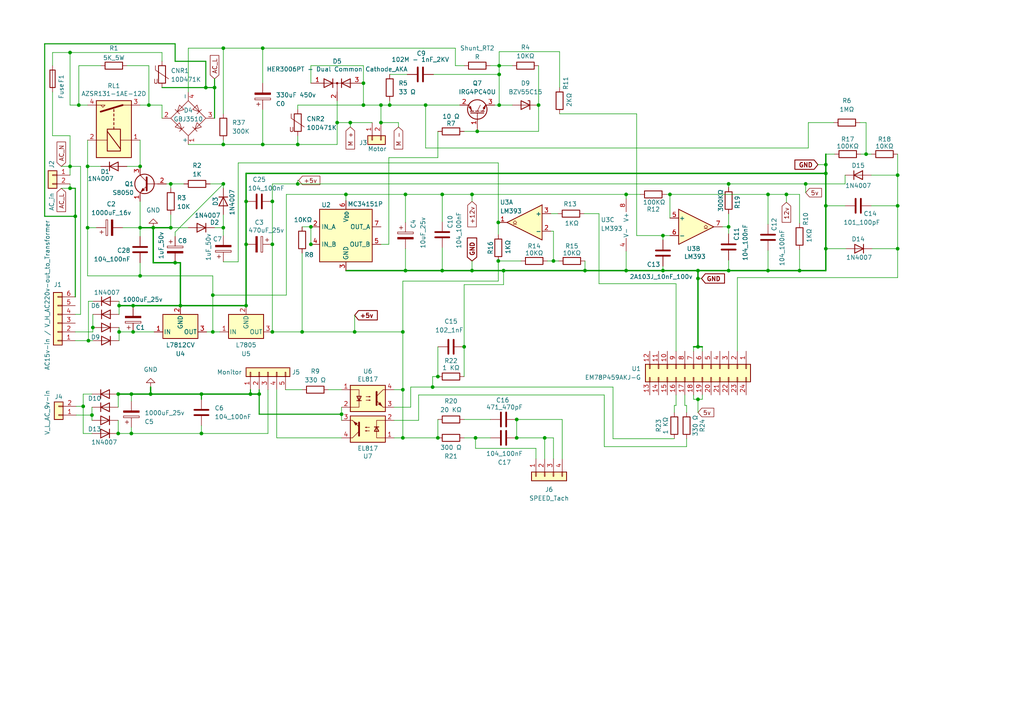
<source format=kicad_sch>
(kicad_sch (version 20250114) (generator "eeschema") (generator_version "9.0")
  (paper "A4")
  (title_block (title "Dobrin_Ivanov - Treadmill control board - ZH_KQS_002.PCB") (rev "0.1"))
  (lib_symbols
    (symbol "Comparator:LM393" (pin_names (offset 0.127))
      (property "Reference" "U" (at 3.81 3.81 0))
      (property "Value" "LM393" (at 6.35 -3.81 0))
      (symbol "LM393_1_1"
        (pin input line (at -7.62 2.54 0) (length 2.54) (name "+") (number "3"))
        (pin input line (at -7.62 -2.54 0) (length 2.54) (name "-") (number "2"))
        (pin open_collector line (at 7.62 0 180) (length 2.54) (name "~") (number "1"))
      )
      (symbol "LM393_2_1"
        (pin input line (at -7.62 2.54 0) (length 2.54) (name "+") (number "5"))
        (pin input line (at -7.62 -2.54 0) (length 2.54) (name "-") (number "6"))
        (pin open_collector line (at 7.62 0 180) (length 2.54) (name "~") (number "7"))
      )
      (symbol "LM393_3_1"
        (pin power_in line (at -2.54 7.62 270) (length 3.81) (name "V+") (number "8"))
        (pin power_in line (at -2.54 -7.62 90) (length 3.81) (name "V-") (number "4"))
      )
    )
    (symbol "Connector_Generic:Conn_01x02" (pin_names (offset 1.016) (hide yes))
      (property "Reference" "J" (at 0 2.54 0))
      (property "Value" "Conn_01x02" (at 0 -5.08 0))
      (symbol "Conn_01x02_1_1"
        (pin passive line (at -5.08 0 0) (length 3.81) (name "Pin_1") (number "1"))
        (pin passive line (at -5.08 -2.54 0) (length 3.81) (name "Pin_2") (number "2"))
      )
    )
    (symbol "Connector_Generic:Conn_01x04" (pin_names (offset 1.016) (hide yes))
      (property "Reference" "J" (at 0 5.08 0))
      (property "Value" "Conn_01x04" (at 0 -7.62 0))
      (symbol "Conn_01x04_1_1"
        (pin passive line (at -5.08 2.54 0) (length 3.81) (name "Pin_1") (number "1"))
        (pin passive line (at -5.08 0 0) (length 3.81) (name "Pin_2") (number "2"))
        (pin passive line (at -5.08 -2.54 0) (length 3.81) (name "Pin_3") (number "3"))
        (pin passive line (at -5.08 -5.08 0) (length 3.81) (name "Pin_4") (number "4"))
      )
    )
    (symbol "Connector_Generic:Conn_01x05" (pin_names (offset 1.016) (hide yes))
      (property "Reference" "J" (at 0 7.62 0))
      (property "Value" "Conn_01x05" (at 0 -7.62 0))
      (symbol "Conn_01x05_1_1"
        (pin passive line (at -5.08 5.08 0) (length 3.81) (name "Pin_1") (number "1"))
        (pin passive line (at -5.08 2.54 0) (length 3.81) (name "Pin_2") (number "2"))
        (pin passive line (at -5.08 0 0) (length 3.81) (name "Pin_3") (number "3"))
        (pin passive line (at -5.08 -2.54 0) (length 3.81) (name "Pin_4") (number "4"))
        (pin passive line (at -5.08 -5.08 0) (length 3.81) (name "Pin_5") (number "5"))
      )
    )
    (symbol "Connector_Generic:Conn_01x06" (pin_names (offset 1.016) (hide yes))
      (property "Reference" "J" (at 0 7.62 0))
      (property "Value" "Conn_01x06" (at 0 -10.16 0))
      (symbol "Conn_01x06_1_1"
        (pin passive line (at -5.08 5.08 0) (length 3.81) (name "Pin_1") (number "1"))
        (pin passive line (at -5.08 2.54 0) (length 3.81) (name "Pin_2") (number "2"))
        (pin passive line (at -5.08 0 0) (length 3.81) (name "Pin_3") (number "3"))
        (pin passive line (at -5.08 -2.54 0) (length 3.81) (name "Pin_4") (number "4"))
        (pin passive line (at -5.08 -5.08 0) (length 3.81) (name "Pin_5") (number "5"))
        (pin passive line (at -5.08 -7.62 0) (length 3.81) (name "Pin_6") (number "6"))
      )
    )
    (symbol "Connector_Generic:Conn_02x12_Counter_Clockwise" (pin_names (offset 1.016) (hide yes))
      (property "Reference" "J" (at 1.27 15.24 0))
      (property "Value" "Conn_02x12_Counter_Clockwise" (at 1.27 -17.78 0))
      (symbol "Conn_02x12_Counter_Clockwise_1_1"
        (pin passive line (at -5.08 12.7 0) (length 3.81) (name "Pin_1") (number "1"))
        (pin passive line (at -5.08 10.16 0) (length 3.81) (name "Pin_2") (number "2"))
        (pin passive line (at -5.08 7.62 0) (length 3.81) (name "Pin_3") (number "3"))
        (pin passive line (at -5.08 5.08 0) (length 3.81) (name "Pin_4") (number "4"))
        (pin passive line (at -5.08 2.54 0) (length 3.81) (name "Pin_5") (number "5"))
        (pin passive line (at -5.08 0 0) (length 3.81) (name "Pin_6") (number "6"))
        (pin passive line (at -5.08 -2.54 0) (length 3.81) (name "Pin_7") (number "7"))
        (pin passive line (at -5.08 -5.08 0) (length 3.81) (name "Pin_8") (number "8"))
        (pin passive line (at -5.08 -7.62 0) (length 3.81) (name "Pin_9") (number "9"))
        (pin passive line (at -5.08 -10.16 0) (length 3.81) (name "Pin_10") (number "10"))
        (pin passive line (at -5.08 -12.7 0) (length 3.81) (name "Pin_11") (number "11"))
        (pin passive line (at -5.08 -15.24 0) (length 3.81) (name "Pin_12") (number "12"))
        (pin passive line (at 7.62 12.7 180) (length 3.81) (name "Pin_24") (number "24"))
        (pin passive line (at 7.62 10.16 180) (length 3.81) (name "Pin_23") (number "23"))
        (pin passive line (at 7.62 7.62 180) (length 3.81) (name "Pin_22") (number "22"))
        (pin passive line (at 7.62 5.08 180) (length 3.81) (name "Pin_21") (number "21"))
        (pin passive line (at 7.62 2.54 180) (length 3.81) (name "Pin_20") (number "20"))
        (pin passive line (at 7.62 0 180) (length 3.81) (name "Pin_19") (number "19"))
        (pin passive line (at 7.62 -2.54 180) (length 3.81) (name "Pin_18") (number "18"))
        (pin passive line (at 7.62 -5.08 180) (length 3.81) (name "Pin_17") (number "17"))
        (pin passive line (at 7.62 -7.62 180) (length 3.81) (name "Pin_16") (number "16"))
        (pin passive line (at 7.62 -10.16 180) (length 3.81) (name "Pin_15") (number "15"))
        (pin passive line (at 7.62 -12.7 180) (length 3.81) (name "Pin_14") (number "14"))
        (pin passive line (at 7.62 -15.24 180) (length 3.81) (name "Pin_13") (number "13"))
      )
    )
    (symbol "Device:C" (pin_numbers (hide yes)) (pin_names (offset 0.254))
      (property "Reference" "C" (at 0.635 2.54 0))
      (property "Value" "C" (at 0.635 -2.54 0))
      (symbol "C_1_1"
        (pin passive line (at 0 3.81 270) (length 2.794) (name "~") (number "1"))
        (pin passive line (at 0 -3.81 90) (length 2.794) (name "~") (number "2"))
      )
    )
    (symbol "Device:C_Polarized" (pin_numbers (hide yes)) (pin_names (offset 0.254))
      (property "Reference" "C" (at 0.635 2.54 0))
      (property "Value" "C_Polarized" (at 0.635 -2.54 0))
      (symbol "C_Polarized_1_1"
        (pin passive line (at 0 3.81 270) (length 2.794) (name "~") (number "1"))
        (pin passive line (at 0 -3.81 90) (length 2.794) (name "~") (number "2"))
      )
    )
    (symbol "Device:D_Dual_CommonCathode_AKA" (pin_names (offset 0.762) (hide yes))
      (property "Reference" "D" (at 1.27 -2.54 0))
      (property "Value" "D_Dual_CommonCathode_AKA" (at 0 2.54 0))
      (symbol "D_Dual_CommonCathode_AKA_0_1"
        (pin passive line (at -7.62 0 0) (length 3.81) (name "A") (number "1"))
        (pin passive line (at 0 -5.08 90) (length 2.54) (name "K") (number "2"))
        (pin passive line (at 7.62 0 180) (length 3.81) (name "A") (number "3"))
      )
    )
    (symbol "Device:Fuse" (pin_numbers (hide yes)) (pin_names (offset 0))
      (property "Reference" "F" (at 2.032 0 90))
      (property "Value" "Fuse" (at -1.905 0 90))
      (symbol "Fuse_1_1"
        (pin passive line (at 0 3.81 270) (length 1.27) (name "~") (number "1"))
        (pin passive line (at 0 -3.81 90) (length 1.27) (name "~") (number "2"))
      )
    )
    (symbol "Device:R" (pin_numbers (hide yes)) (pin_names (offset 0))
      (property "Reference" "R" (at 2.032 0 90))
      (property "Value" "R" (at 0 0 90))
      (symbol "R_1_1"
        (pin passive line (at 0 3.81 270) (length 1.27) (name "~") (number "1"))
        (pin passive line (at 0 -3.81 90) (length 1.27) (name "~") (number "2"))
      )
    )
    (symbol "Device:Varistor" (pin_numbers (hide yes)) (pin_names (offset 0))
      (property "Reference" "RV" (at 3.175 0 90))
      (property "Value" "Varistor" (at -3.175 0 90))
      (symbol "Varistor_0_0"
        (text "U" (at -1.778 -2.032 0) (effects (font (size 1.27 1.27))))
      )
      (symbol "Varistor_1_1"
        (pin passive line (at 0 3.81 270) (length 1.27) (name "~") (number "1"))
        (pin passive line (at 0 -3.81 90) (length 1.27) (name "~") (number "2"))
      )
    )
    (symbol "Diode:1N4007" (pin_numbers (hide yes)) (pin_names (hide yes))
      (property "Reference" "D" (at 0 2.54 0))
      (property "Value" "1N4007" (at 0 -2.54 0))
      (symbol "1N4007_1_1"
        (pin passive line (at -3.81 0 0) (length 2.54) (name "K") (number "1"))
        (pin passive line (at 3.81 0 180) (length 2.54) (name "A") (number "2"))
      )
    )
    (symbol "Diode:BZV55C15" (pin_numbers (hide yes)) (pin_names (hide yes))
      (property "Reference" "D" (at 0 2.54 0))
      (property "Value" "BZV55C15" (at 0 -2.54 0))
      (symbol "BZV55C15_1_1"
        (pin passive line (at -3.81 0 0) (length 2.54) (name "K") (number "1"))
        (pin passive line (at 3.81 0 180) (length 2.54) (name "A") (number "2"))
      )
    )
    (symbol "Diode_Bridge:GBU8M" (pin_names (offset 0))
      (property "Reference" "D" (at 2.54 6.985 0))
      (property "Value" "GBU8M" (at 2.54 5.08 0))
      (symbol "GBU8M_1_1"
        (pin passive line (at -7.62 0 0) (length 2.54) (name "-") (number "4"))
        (pin passive line (at 0 7.62 270) (length 2.54) (name "~") (number "3"))
        (pin passive line (at 0 -7.62 90) (length 2.54) (name "~") (number "2"))
        (pin passive line (at 7.62 0 180) (length 2.54) (name "+") (number "1"))
      )
    )
    (symbol "Driver_FET:MC3x152"
      (property "Reference" "U" (at -7.62 8.89 0))
      (property "Value" "MC3x152" (at 1.27 8.89 0))
      (symbol "MC3x152_1_1"
        (pin input line (at -10.16 2.54 0) (length 2.54) (name "IN_A") (number "2"))
        (pin input line (at -10.16 -2.54 0) (length 2.54) (name "IN_B") (number "4"))
        (pin no_connect line (at -7.62 0 0) (length 2.54) (hide yes) (name "NC") (number "1"))
        (pin power_in line (at 0 10.16 270) (length 2.54) (name "V_{DD}") (number "6"))
        (pin power_in line (at 0 -10.16 90) (length 2.54) (name "GND") (number "3"))
        (pin no_connect line (at 7.62 0 180) (length 2.54) (hide yes) (name "NC") (number "8"))
        (pin output line (at 10.16 2.54 180) (length 2.54) (name "OUT_A") (number "7"))
        (pin output line (at 10.16 -2.54 180) (length 2.54) (name "OUT_B") (number "5"))
      )
    )
    (symbol "Isolator:EL817" (pin_names (offset 1.016))
      (property "Reference" "U" (at -5.08 5.08 0))
      (property "Value" "EL817" (at 0 5.08 0))
      (symbol "EL817_1_1"
        (pin passive line (at -7.62 2.54 0) (length 2.54) (name "~") (number "1"))
        (pin passive line (at -7.62 -2.54 0) (length 2.54) (name "~") (number "2"))
        (pin passive line (at 7.62 2.54 180) (length 2.54) (name "~") (number "4"))
        (pin passive line (at 7.62 -2.54 180) (length 2.54) (name "~") (number "3"))
      )
    )
    (symbol "Regulator_Linear:L7805" (pin_names (offset 0.254))
      (property "Reference" "U" (at -3.81 3.175 0))
      (property "Value" "L7805" (at 0 3.175 0))
      (symbol "L7805_1_1"
        (pin power_in line (at -7.62 0 0) (length 2.54) (name "IN") (number "1"))
        (pin power_in line (at 0 -7.62 90) (length 2.54) (name "GND") (number "2"))
        (pin power_out line (at 7.62 0 180) (length 2.54) (name "OUT") (number "3"))
      )
    )
    (symbol "Regulator_Linear:L7812" (pin_names (offset 0.254))
      (property "Reference" "U" (at -3.81 3.175 0))
      (property "Value" "L7812" (at 0 3.175 0))
      (symbol "L7812_1_1"
        (pin power_in line (at -7.62 0 0) (length 2.54) (name "IN") (number "1"))
        (pin power_in line (at 0 -7.62 90) (length 2.54) (name "GND") (number "2"))
        (pin power_out line (at 7.62 0 180) (length 2.54) (name "OUT") (number "3"))
      )
    )
    (symbol "Relay:AZSR131-1AE-12D"
      (property "Reference" "RL2" (at 12.065 0 90))
      (property "Value" "AZSR131-1AE-12D" (at 9.525 0 90))
      (symbol "AZSR131-1AE-12D_1_1"
        (pin passive line (at -5.08 7.62 270) (length 2.54) (name "~") (number "2"))
        (pin passive line (at -5.08 -7.62 90) (length 2.54) (name "~") (number "1"))
        (pin passive line (at 5.08 7.62 270) (length 2.54) (name "~") (number "4"))
        (pin passive line (at 5.08 -7.62 90) (length 2.54) (name "~") (number "3"))
      )
    )
    (symbol "Transistor_BJT:S8050" (pin_names (offset 0) (hide yes))
      (property "Reference" "Q" (at 5.08 1.905 0))
      (property "Value" "S8050" (at 5.08 0 0))
      (symbol "S8050_1_1"
        (pin input line (at -5.08 0 0) (length 2.54) (name "B") (number "2"))
        (pin passive line (at 2.54 5.08 270) (length 2.54) (name "C") (number "3"))
        (pin passive line (at 2.54 -5.08 90) (length 2.54) (name "E") (number "1"))
      )
    )
    (symbol "Transistor_IGBT:IRG4PF50W" (pin_names (offset 0) (hide yes))
      (property "Reference" "Q" (at 5.08 1.905 0))
      (property "Value" "IRG4PF50W" (at 5.08 0 0))
      (symbol "IRG4PF50W_1_1"
        (pin input line (at -5.08 0 0) (length 5.08) (name "G") (number "1"))
        (pin passive line (at 2.54 5.08 270) (length 2.54) (name "C") (number "2"))
        (pin passive line (at 2.54 -5.08 90) (length 2.54) (name "E") (number "3"))
      )
    )
    (symbol "power:GND" (power) (pin_numbers (hide yes)) (pin_names (offset 0) (hide yes))
      (property "Value" "GND" (at 0 -3.81 0))
      (symbol "GND_1_1"
        (pin power_in line (at 0 0 270) (length 0) (name "~") (number "1"))
      )
    )
  )
  (junction (at 72.644 114.3))
  (junction (at 239.522 47.752))
  (junction (at 99.06 120.142))
  (junction (at 149.86 127))
  (junction (at 40.64 80.01))
  (junction (at 78.994 96.266))
  (junction (at 43.688 114.3))
  (junction (at 78.994 70.866))
  (junction (at 26.924 94.996))
  (junction (at 71.374 70.866))
  (junction (at 136.906 78.486))
  (junction (at 49.53 53.34))
  (junction (at 128.27 78.486))
  (junction (at 169.672 78.486))
  (junction (at 239.522 50.292))
  (junction (at 34.29 114.3))
  (junction (at 233.68 53.34))
  (junction (at 125.476 112.268))
  (junction (at 100.33 56.388))
  (junction (at 34.544 88.646))
  (junction (at 75.184 114.3))
  (junction (at 64.77 53.34))
  (junction (at 61.722 96.266))
  (junction (at 144.78 21.59))
  (junction (at 138.43 38.1))
  (junction (at 105.41 30.48))
  (junction (at 20.32 15.24))
  (junction (at 52.324 88.646))
  (junction (at 97.79 35.56))
  (junction (at 44.45 66.04))
  (junction (at 25.4 66.04))
  (junction (at 38.608 88.646))
  (junction (at 90.17 70.866))
  (junction (at 64.77 13.97))
  (junction (at 157.988 127))
  (junction (at 40.64 66.04))
  (junction (at 90.17 65.786))
  (junction (at 78.994 58.42))
  (junction (at 127 109.22))
  (junction (at 71.374 58.42))
  (junction (at 20.32 48.26))
  (junction (at 58.42 125.73))
  (junction (at 116.84 113.03))
  (junction (at 110.49 35.56))
  (junction (at 58.42 114.3))
  (junction (at 222.758 56.388))
  (junction (at 21.844 62.738))
  (junction (at 144.526 75.692))
  (junction (at 25.654 98.806))
  (junction (at 181.61 78.486))
  (junction (at 137.922 127))
  (junction (at 160.528 75.692))
  (junction (at 76.2 41.91))
  (junction (at 110.49 30.48))
  (junction (at 102.87 96.266))
  (junction (at 202.438 80.772))
  (junction (at 144.78 30.48))
  (junction (at 144.78 19.05))
  (junction (at 113.03 30.48))
  (junction (at 127 127))
  (junction (at 128.27 56.388))
  (junction (at 59.69 25.4))
  (junction (at 61.722 85.598))
  (junction (at 228.092 56.388))
  (junction (at 86.36 41.91))
  (junction (at 116.84 127))
  (junction (at 239.522 72.136))
  (junction (at 38.1 114.3))
  (junction (at 231.902 78.486))
  (junction (at 105.41 24.13))
  (junction (at 192.278 78.486))
  (junction (at 38.608 96.266))
  (junction (at 260.35 50.8))
  (junction (at 24.13 117.856))
  (junction (at 40.64 48.26))
  (junction (at 87.63 96.266))
  (junction (at 181.61 56.388))
  (junction (at 34.544 96.266))
  (junction (at 202.438 78.486))
  (junction (at 116.84 96.266))
  (junction (at 64.77 41.91))
  (junction (at 64.77 66.04))
  (junction (at 25.4 48.26))
  (junction (at 123.444 30.48))
  (junction (at 202.438 100.584))
  (junction (at 211.328 78.486))
  (junction (at 260.35 59.69))
  (junction (at 260.35 72.136))
  (junction (at 50.8 76.2))
  (junction (at 117.602 78.486))
  (junction (at 43.18 30.48))
  (junction (at 22.86 30.48))
  (junction (at 86.36 53.34))
  (junction (at 34.29 125.73))
  (junction (at 144.526 64.516))
  (junction (at 156.21 30.48))
  (junction (at 71.374 88.646))
  (junction (at 62.23 25.4))
  (junction (at 101.6 35.56))
  (junction (at 222.758 78.486))
  (junction (at 136.906 56.388))
  (junction (at 211.328 53.34))
  (junction (at 239.522 59.69))
  (junction (at 49.53 66.04))
  (junction (at 26.67 120.396))
  (junction (at 146.05 78.486))
  (junction (at 211.328 65.786))
  (junction (at 20.32 54.61))
  (junction (at 76.2 13.97))
  (junction (at 38.1 125.73))
  (junction (at 149.86 121.666))
  (junction (at 202.438 115.824))
  (junction (at 194.31 56.388))
  (junction (at 192.278 68.326))
  (junction (at 134.62 100.584))
  (junction (at 251.206 44.704))
  (junction (at 117.602 56.388))
  (wire (pts (xy 76.2 13.97) (xy 76.2 24.13)))
  (wire (pts (xy 144.78 30.48) (xy 148.59 30.48)))
  (wire (pts (xy 99.06 127) (xy 80.264 127)))
  (wire (pts (xy 21.844 62.738) (xy 21.844 86.106)) (stroke (width 0.3)))
  (wire (pts (xy 121.412 114.554) (xy 175.26 114.554)))
  (wire (pts (xy 54.61 41.91) (xy 64.77 41.91)))
  (wire (pts (xy 201.168 100.584) (xy 202.438 100.584)) (stroke (width 0.4)))
  (wire (pts (xy 46.99 15.24) (xy 20.32 15.24)))
  (wire (pts (xy 23.368 48.26) (xy 23.368 91.186)))
  (wire (pts (xy 58.42 125.73) (xy 58.42 123.444)))
  (wire (pts (xy 162.306 25.4) (xy 162.306 14.986)))
  (wire (pts (xy 146.05 78.486) (xy 169.672 78.486)) (stroke (width 0.4)))
  (wire (pts (xy 231.902 56.388) (xy 231.902 64.77)))
  (wire (pts (xy 202.438 78.486) (xy 211.328 78.486)) (stroke (width 0.4)))
  (wire (pts (xy 24.13 125.73) (xy 26.67 125.73)))
  (wire (pts (xy 134.62 38.1) (xy 138.43 38.1)))
  (wire (pts (xy 116.84 127) (xy 127 127)))
  (wire (pts (xy 20.32 39.37) (xy 20.32 48.26)))
  (wire (pts (xy 181.61 72.898) (xy 181.61 78.486)))
  (wire (pts (xy 222.758 56.388) (xy 228.092 56.388)))
  (wire (pts (xy 26.67 114.3) (xy 24.13 114.3)))
  (wire (pts (xy 202.438 80.772) (xy 203.454 80.772)))
  (wire (pts (xy 86.36 39.37) (xy 86.36 41.91)))
  (wire (pts (xy 134.62 100.584) (xy 134.62 82.55)))
  (wire (pts (xy 222.758 78.486) (xy 231.902 78.486)))
  (wire (pts (xy 251.206 35.56) (xy 251.206 44.704)))
  (wire (pts (xy 222.758 56.388) (xy 222.758 65.024)))
  (wire (pts (xy 105.41 19.05) (xy 105.41 24.13)))
  (wire (pts (xy 101.6 35.56) (xy 101.6 36.83)))
  (wire (pts (xy 87.63 73.406) (xy 87.63 96.266)))
  (wire (pts (xy 114.3 127) (xy 116.84 127)))
  (wire (pts (xy 40.64 80.01) (xy 25.4 80.01)))
  (wire (pts (xy 17.78 48.26) (xy 20.32 48.26)))
  (wire (pts (xy 86.36 30.48) (xy 86.36 31.75)))
  (wire (pts (xy 127 38.1) (xy 127 45.72)))
  (wire (pts (xy 71.374 50.292) (xy 239.522 50.292)) (stroke (width 0.4)))
  (wire (pts (xy 38.1 114.3) (xy 43.688 114.3)) (stroke (width 0.4)))
  (wire (pts (xy 12.954 62.738) (xy 21.844 62.738)) (stroke (width 0.3)))
  (wire (pts (xy 123.444 30.48) (xy 123.444 42.926)))
  (wire (pts (xy 116.84 113.03) (xy 114.3 113.03)))
  (wire (pts (xy 20.32 53.34) (xy 20.32 54.61)))
  (wire (pts (xy 82.804 113.03) (xy 87.63 113.03)))
  (wire (pts (xy 64.77 53.34) (xy 60.96 53.34)))
  (wire (pts (xy 211.328 78.486) (xy 211.328 75.438)))
  (wire (pts (xy 181.61 78.486) (xy 192.278 78.486)) (stroke (width 0.4)))
  (wire (pts (xy 78.994 58.42) (xy 78.994 70.866)))
  (wire (pts (xy 158.75 75.692) (xy 160.528 75.692)))
  (wire (pts (xy 239.522 59.69) (xy 239.522 72.136)) (stroke (width 0.4)))
  (wire (pts (xy 201.168 115.824) (xy 201.168 114.554)))
  (wire (pts (xy 184.658 68.326) (xy 192.278 68.326)))
  (wire (pts (xy 62.23 66.04) (xy 64.77 66.04)))
  (wire (pts (xy 49.53 66.04) (xy 54.61 66.04)))
  (wire (pts (xy 211.328 65.786) (xy 209.55 65.786)))
  (wire (pts (xy 29.21 48.26) (xy 25.4 48.26)))
  (wire (pts (xy 181.61 56.388) (xy 185.674 56.388)))
  (wire (pts (xy 46.99 30.48) (xy 46.99 34.29)))
  (wire (pts (xy 58.42 114.3) (xy 58.42 115.824)) (stroke (width 0.3)))
  (wire (pts (xy 128.27 71.882) (xy 128.27 78.486)))
  (wire (pts (xy 144.526 81.534) (xy 116.84 81.534)))
  (wire (pts (xy 134.62 82.55) (xy 146.05 82.55)))
  (wire (pts (xy 239.522 44.704) (xy 242.062 44.704)))
  (wire (pts (xy 40.64 30.48) (xy 43.18 30.48)))
  (wire (pts (xy 125.476 109.22) (xy 127 109.22)))
  (wire (pts (xy 159.766 61.976) (xy 161.798 61.976)))
  (wire (pts (xy 50.8 12.7) (xy 12.954 12.7)) (stroke (width 0.3)))
  (wire (pts (xy 21.844 54.61) (xy 21.844 62.738)) (stroke (width 0.3)))
  (wire (pts (xy 198.628 117.602) (xy 199.136 117.602)))
  (wire (pts (xy 136.906 78.486) (xy 146.05 78.486)))
  (wire (pts (xy 213.868 80.518) (xy 260.35 80.518)))
  (wire (pts (xy 116.84 113.03) (xy 116.84 96.266)))
  (wire (pts (xy 231.902 78.486) (xy 239.522 78.486)) (stroke (width 0.4)))
  (wire (pts (xy 177.8 112.268) (xy 177.8 127.254)))
  (wire (pts (xy 43.18 30.48) (xy 46.99 30.48)))
  (wire (pts (xy 177.8 127.254) (xy 195.58 127.254)))
  (wire (pts (xy 20.32 48.26) (xy 23.368 48.26)))
  (wire (pts (xy 211.328 61.976) (xy 211.328 65.786)))
  (wire (pts (xy 127 121.666) (xy 127 127)))
  (wire (pts (xy 87.63 96.266) (xy 102.87 96.266)))
  (wire (pts (xy 72.644 114.3) (xy 75.184 114.3)) (stroke (width 0.4)))
  (wire (pts (xy 76.2 41.91) (xy 76.2 31.75)))
  (wire (pts (xy 76.2 13.97) (xy 132.08 13.97)))
  (wire (pts (xy 69.088 75.946) (xy 69.088 47.244)))
  (wire (pts (xy 245.11 53.34) (xy 245.11 50.8)))
  (wire (pts (xy 26.924 96.266) (xy 21.844 96.266)))
  (wire (pts (xy 112.776 45.72) (xy 112.776 70.866)))
  (wire (pts (xy 162.306 14.986) (xy 144.78 14.986)))
  (wire (pts (xy 144.78 19.05) (xy 148.59 19.05)))
  (wire (pts (xy 15.24 26.67) (xy 15.24 39.37)))
  (wire (pts (xy 58.42 114.3) (xy 72.644 114.3)) (stroke (width 0.4)))
  (wire (pts (xy 193.294 56.388) (xy 194.31 56.388)))
  (wire (pts (xy 26.924 91.186) (xy 26.924 94.996)))
  (wire (pts (xy 249.428 35.56) (xy 251.206 35.56)))
  (wire (pts (xy 110.49 30.48) (xy 110.49 35.56)))
  (wire (pts (xy 49.53 66.04) (xy 44.45 66.04)) (stroke (width 0.4)))
  (wire (pts (xy 169.418 61.976) (xy 173.736 61.976)))
  (wire (pts (xy 75.184 114.3) (xy 75.184 120.142)) (stroke (width 0.3)))
  (wire (pts (xy 69.088 47.244) (xy 144.526 47.244)))
  (wire (pts (xy 117.602 56.388) (xy 117.602 64.516)))
  (wire (pts (xy 114.3 118.11) (xy 119.126 118.11)))
  (wire (pts (xy 160.528 127) (xy 157.988 127)))
  (wire (pts (xy 15.24 15.24) (xy 20.32 15.24)))
  (wire (pts (xy 192.278 78.486) (xy 202.438 78.486)) (stroke (width 0.4)))
  (wire (pts (xy 34.29 125.73) (xy 38.1 125.73)))
  (wire (pts (xy 202.438 100.584) (xy 202.438 80.772)) (stroke (width 0.4)))
  (wire (pts (xy 38.608 88.9) (xy 38.608 88.646)))
  (wire (pts (xy 159.766 67.056) (xy 160.528 67.056)))
  (wire (pts (xy 195.58 117.602) (xy 195.58 119.634)))
  (wire (pts (xy 219.71 78.486) (xy 222.758 78.486)))
  (wire (pts (xy 132.08 13.97) (xy 132.08 19.05)))
  (wire (pts (xy 125.476 112.268) (xy 177.8 112.268)))
  (wire (pts (xy 101.6 35.56) (xy 107.95 35.56)))
  (wire (pts (xy 25.4 66.04) (xy 25.4 48.26)))
  (wire (pts (xy 83.058 56.388) (xy 100.33 56.388)))
  (wire (pts (xy 38.1 125.73) (xy 58.42 125.73)))
  (wire (pts (xy 192.278 68.326) (xy 192.278 69.596)))
  (wire (pts (xy 251.206 44.704) (xy 252.73 44.704)))
  (wire (pts (xy 71.374 58.42) (xy 71.374 70.866)) (stroke (width 0.4)))
  (wire (pts (xy 228.092 56.388) (xy 228.092 58.674)))
  (wire (pts (xy 78.994 96.266) (xy 87.63 96.266)))
  (wire (pts (xy 123.444 30.48) (xy 133.35 30.48)))
  (wire (pts (xy 149.86 121.666) (xy 163.068 121.666)))
  (wire (pts (xy 201.168 100.584) (xy 201.168 101.854)))
  (wire (pts (xy 115.57 35.56) (xy 115.57 36.83)))
  (wire (pts (xy 233.68 53.34) (xy 233.68 55.88)))
  (wire (pts (xy 64.77 40.64) (xy 64.77 41.91)))
  (wire (pts (xy 34.544 88.646) (xy 38.608 88.646)) (stroke (width 0.4)))
  (wire (pts (xy 239.522 59.69) (xy 245.11 59.69)))
  (wire (pts (xy 90.17 70.866) (xy 90.17 71.12)))
  (wire (pts (xy 59.69 17.78) (xy 50.8 17.78)) (stroke (width 0.3)))
  (wire (pts (xy 149.86 127) (xy 157.988 127)))
  (wire (pts (xy 90.17 24.13) (xy 90.17 19.05)))
  (wire (pts (xy 64.77 41.91) (xy 76.2 41.91)))
  (wire (pts (xy 34.544 94.996) (xy 34.544 96.266)))
  (wire (pts (xy 62.23 25.4) (xy 62.23 34.29)) (stroke (width 0.3)))
  (wire (pts (xy 134.62 100.584) (xy 134.62 109.22)))
  (wire (pts (xy 76.2 41.91) (xy 86.36 41.91)))
  (wire (pts (xy 61.722 80.01) (xy 61.722 85.598)))
  (wire (pts (xy 40.64 66.04) (xy 44.45 66.04)) (stroke (width 0.4)))
  (wire (pts (xy 136.906 56.388) (xy 181.61 56.388)))
  (wire (pts (xy 78.994 70.866) (xy 78.994 96.266)))
  (wire (pts (xy 237.236 47.752) (xy 239.522 47.752)))
  (wire (pts (xy 22.86 30.48) (xy 25.4 30.48)))
  (wire (pts (xy 169.672 75.692) (xy 169.672 78.486)))
  (wire (pts (xy 90.17 19.05) (xy 105.41 19.05)))
  (wire (pts (xy 40.64 76.2) (xy 40.64 80.01)))
  (wire (pts (xy 25.654 87.376) (xy 25.654 98.806)))
  (wire (pts (xy 163.068 121.666) (xy 163.068 133.096)))
  (wire (pts (xy 44.45 66.04) (xy 44.45 76.2)) (stroke (width 0.4)))
  (wire (pts (xy 40.64 66.04) (xy 40.64 68.58)))
  (wire (pts (xy 203.708 114.554) (xy 203.708 115.824)))
  (wire (pts (xy 234.442 42.926) (xy 123.444 42.926)))
  (wire (pts (xy 34.544 88.646) (xy 34.544 91.186)))
  (wire (pts (xy 38.1 116.332) (xy 38.1 114.3)))
  (wire (pts (xy 192.278 68.326) (xy 194.31 68.326)))
  (wire (pts (xy 95.25 113.03) (xy 99.06 113.03)))
  (wire (pts (xy 239.522 72.136) (xy 239.522 78.486)) (stroke (width 0.4)))
  (wire (pts (xy 156.21 30.48) (xy 156.21 38.1)))
  (wire (pts (xy 26.924 94.996) (xy 26.924 96.266)))
  (wire (pts (xy 127 45.72) (xy 112.776 45.72)))
  (wire (pts (xy 136.906 78.486) (xy 146.05 78.486)) (stroke (width 0.4)))
  (wire (pts (xy 75.184 120.142) (xy 99.06 120.142)) (stroke (width 0.3)))
  (wire (pts (xy 149.86 121.666) (xy 149.86 127)))
  (wire (pts (xy 78.994 53.34) (xy 86.36 53.34)))
  (wire (pts (xy 50.8 76.2) (xy 52.324 76.2)) (stroke (width 0.4)))
  (wire (pts (xy 239.522 47.752) (xy 239.522 50.292)) (stroke (width 0.4)))
  (wire (pts (xy 199.136 117.602) (xy 199.136 119.634)))
  (wire (pts (xy 38.608 96.266) (xy 38.608 96.52)))
  (wire (pts (xy 181.61 56.388) (xy 181.61 57.658)))
  (wire (pts (xy 128.27 78.486) (xy 136.906 78.486)) (stroke (width 0.4)))
  (wire (pts (xy 196.088 117.602) (xy 195.58 117.602)))
  (wire (pts (xy 25.4 80.01) (xy 25.4 66.04)))
  (wire (pts (xy 61.722 96.266) (xy 63.754 96.266)))
  (wire (pts (xy 44.704 96.266) (xy 38.608 96.266)))
  (wire (pts (xy 116.84 127) (xy 116.84 113.03)))
  (wire (pts (xy 64.77 13.97) (xy 64.77 33.02)))
  (wire (pts (xy 100.33 56.388) (xy 117.602 56.388)))
  (wire (pts (xy 119.126 112.268) (xy 125.476 112.268)))
  (wire (pts (xy 40.64 80.01) (xy 61.722 80.01)))
  (wire (pts (xy 211.328 53.34) (xy 233.68 53.34)))
  (wire (pts (xy 117.602 78.486) (xy 128.27 78.486)) (stroke (width 0.4)))
  (wire (pts (xy 203.708 115.824) (xy 202.438 115.824)))
  (wire (pts (xy 184.658 33.02) (xy 184.658 68.326)))
  (wire (pts (xy 260.35 50.8) (xy 260.35 59.69)))
  (wire (pts (xy 175.26 114.554) (xy 175.26 129.54)))
  (wire (pts (xy 77.724 125.73) (xy 77.724 113.03)))
  (wire (pts (xy 64.77 68.326) (xy 64.77 66.04)))
  (wire (pts (xy 194.31 56.388) (xy 222.758 56.388)))
  (wire (pts (xy 144.526 47.244) (xy 144.526 64.516)))
  (wire (pts (xy 112.776 70.866) (xy 110.49 70.866)))
  (wire (pts (xy 64.77 66.04) (xy 64.77 62.23)))
  (wire (pts (xy 36.83 48.26) (xy 40.64 48.26)))
  (wire (pts (xy 83.058 56.388) (xy 83.058 85.598)))
  (wire (pts (xy 125.73 21.59) (xy 144.78 21.59)))
  (wire (pts (xy 117.602 56.388) (xy 128.27 56.388)))
  (wire (pts (xy 144.78 21.59) (xy 144.78 30.48)))
  (wire (pts (xy 137.922 130.048) (xy 155.448 130.048)))
  (wire (pts (xy 233.68 53.34) (xy 245.11 53.34)))
  (wire (pts (xy 22.098 117.856) (xy 24.13 117.856)))
  (wire (pts (xy 38.608 88.646) (xy 52.324 88.646)) (stroke (width 0.4)))
  (wire (pts (xy 160.528 75.692) (xy 162.052 75.692)))
  (wire (pts (xy 116.84 81.534) (xy 116.84 96.266)))
  (wire (pts (xy 24.13 117.856) (xy 24.13 125.73)))
  (wire (pts (xy 186.182 78.486) (xy 192.278 78.486)))
  (wire (pts (xy 40.64 48.26) (xy 40.64 40.64)))
  (wire (pts (xy 117.602 72.136) (xy 117.602 78.486)))
  (wire (pts (xy 142.24 19.05) (xy 144.78 19.05)))
  (wire (pts (xy 38.1 125.73) (xy 38.1 123.952)))
  (wire (pts (xy 59.69 25.4) (xy 62.23 25.4)) (stroke (width 0.3)))
  (wire (pts (xy 12.954 12.7) (xy 12.954 62.738)) (stroke (width 0.3)))
  (wire (pts (xy 52.324 88.646) (xy 71.374 88.646)) (stroke (width 0.4)))
  (wire (pts (xy 222.758 78.486) (xy 231.902 78.486)) (stroke (width 0.4)))
  (wire (pts (xy 260.35 59.69) (xy 260.35 72.136)))
  (wire (pts (xy 20.32 15.24) (xy 20.32 30.48)))
  (wire (pts (xy 239.522 50.292) (xy 239.522 59.69)) (stroke (width 0.4)))
  (wire (pts (xy 222.758 72.644) (xy 222.758 78.486)))
  (wire (pts (xy 173.736 61.976) (xy 173.736 82.296)))
  (wire (pts (xy 234.442 35.56) (xy 234.442 42.926)))
  (wire (pts (xy 15.24 39.37) (xy 20.32 39.37)))
  (wire (pts (xy 72.644 114.3) (xy 72.644 113.03)) (stroke (width 0.3)))
  (wire (pts (xy 102.87 96.266) (xy 116.84 96.266)))
  (wire (pts (xy 87.63 65.786) (xy 90.17 65.786)))
  (wire (pts (xy 144.78 19.05) (xy 144.78 21.59)))
  (wire (pts (xy 86.36 53.34) (xy 211.328 53.34)))
  (wire (pts (xy 86.614 52.324) (xy 86.36 52.324)))
  (wire (pts (xy 83.058 85.598) (xy 61.722 85.598)))
  (wire (pts (xy 137.922 127) (xy 142.24 127)))
  (wire (pts (xy 113.03 30.48) (xy 123.444 30.48)))
  (wire (pts (xy 86.36 30.48) (xy 105.41 30.48)))
  (wire (pts (xy 102.87 91.44) (xy 102.87 96.266)))
  (wire (pts (xy 157.988 127) (xy 157.988 133.096)))
  (wire (pts (xy 64.77 54.61) (xy 64.77 53.34)))
  (wire (pts (xy 22.86 30.48) (xy 22.86 19.05)))
  (wire (pts (xy 46.99 25.4) (xy 59.69 25.4)) (stroke (width 0.3)))
  (wire (pts (xy 156.21 38.1) (xy 138.43 38.1)))
  (wire (pts (xy 155.448 130.048) (xy 155.448 133.096)))
  (wire (pts (xy 71.374 50.292) (xy 71.374 58.42)) (stroke (width 0.4)))
  (wire (pts (xy 34.29 121.92) (xy 34.29 125.73)))
  (wire (pts (xy 40.64 66.04) (xy 40.64 58.42)))
  (wire (pts (xy 46.99 17.78) (xy 46.99 15.24)))
  (wire (pts (xy 86.36 52.324) (xy 86.36 53.34)))
  (wire (pts (xy 202.438 80.772) (xy 202.438 78.486)) (stroke (width 0.4)))
  (wire (pts (xy 241.808 35.56) (xy 234.442 35.56)))
  (wire (pts (xy 34.544 96.266) (xy 38.608 96.266)))
  (wire (pts (xy 144.526 64.516) (xy 144.526 68.072)))
  (wire (pts (xy 105.41 24.13) (xy 105.41 30.48)))
  (wire (pts (xy 156.21 19.05) (xy 156.21 30.48)))
  (wire (pts (xy 113.03 29.21) (xy 113.03 30.48)))
  (wire (pts (xy 97.79 35.56) (xy 97.79 29.21)))
  (wire (pts (xy 62.23 22.86) (xy 62.23 25.4)) (stroke (width 0.3)))
  (wire (pts (xy 22.098 120.396) (xy 26.67 120.396)))
  (wire (pts (xy 252.984 72.136) (xy 260.35 72.136)))
  (wire (pts (xy 34.544 87.376) (xy 34.544 88.646)))
  (wire (pts (xy 50.8 67.31) (xy 64.77 53.34)))
  (wire (pts (xy 43.688 112.268) (xy 43.688 114.3)) (stroke (width 0.4)))
  (wire (pts (xy 80.264 127) (xy 80.264 113.03)))
  (wire (pts (xy 160.528 133.096) (xy 160.528 127)))
  (wire (pts (xy 194.31 56.388) (xy 194.31 63.246)))
  (wire (pts (xy 97.79 35.56) (xy 101.6 35.56)))
  (wire (pts (xy 64.77 13.97) (xy 76.2 13.97)))
  (wire (pts (xy 44.45 76.2) (xy 50.8 76.2)) (stroke (width 0.4)))
  (wire (pts (xy 99.06 118.11) (xy 99.06 120.142)))
  (wire (pts (xy 146.05 78.486) (xy 169.672 78.486)))
  (wire (pts (xy 127 100.584) (xy 127 109.22)))
  (wire (pts (xy 113.03 21.59) (xy 118.11 21.59)))
  (wire (pts (xy 35.56 66.04) (xy 40.64 66.04)))
  (wire (pts (xy 49.53 62.23) (xy 49.53 66.04)))
  (wire (pts (xy 137.922 127) (xy 137.922 130.048)))
  (wire (pts (xy 59.944 96.266) (xy 61.722 96.266)))
  (wire (pts (xy 136.906 58.42) (xy 136.906 56.388)))
  (wire (pts (xy 15.24 19.05) (xy 15.24 15.24)))
  (wire (pts (xy 50.8 17.78) (xy 50.8 12.7)) (stroke (width 0.3)))
  (wire (pts (xy 26.67 121.92) (xy 26.67 120.396)))
  (wire (pts (xy 160.528 67.056) (xy 160.528 75.692)))
  (wire (pts (xy 202.438 115.824) (xy 201.168 115.824)))
  (wire (pts (xy 90.17 65.786) (xy 90.17 70.866)))
  (wire (pts (xy 24.13 114.3) (xy 24.13 117.856)))
  (wire (pts (xy 105.41 30.48) (xy 110.49 30.48)))
  (wire (pts (xy 121.412 121.92) (xy 121.412 114.554)))
  (wire (pts (xy 192.278 77.216) (xy 192.278 78.486)))
  (wire (pts (xy 239.522 44.704) (xy 239.522 47.752)) (stroke (width 0.4)))
  (wire (pts (xy 252.73 59.69) (xy 260.35 59.69)))
  (wire (pts (xy 231.902 72.39) (xy 231.902 78.486)))
  (wire (pts (xy 27.94 66.04) (xy 25.4 66.04)))
  (wire (pts (xy 136.906 75.692) (xy 136.906 78.486)))
  (wire (pts (xy 34.544 96.266) (xy 34.544 98.806)))
  (wire (pts (xy 97.79 41.91) (xy 97.79 35.56)))
  (wire (pts (xy 144.526 75.692) (xy 151.13 75.692)))
  (wire (pts (xy 211.328 67.818) (xy 211.328 65.786)))
  (wire (pts (xy 22.86 19.05) (xy 29.21 19.05)))
  (wire (pts (xy 110.49 30.48) (xy 113.03 30.48)))
  (wire (pts (xy 21.844 54.61) (xy 20.32 54.61)) (stroke (width 0.3)))
  (wire (pts (xy 128.27 56.388) (xy 136.906 56.388)))
  (wire (pts (xy 125.476 109.22) (xy 125.476 112.268)))
  (wire (pts (xy 260.35 44.704) (xy 260.35 50.8)))
  (wire (pts (xy 169.672 78.486) (xy 181.61 78.486)))
  (wire (pts (xy 169.672 78.486) (xy 181.61 78.486)) (stroke (width 0.4)))
  (wire (pts (xy 213.868 101.854) (xy 213.868 80.518)))
  (wire (pts (xy 25.654 98.806) (xy 26.924 98.806)))
  (wire (pts (xy 71.374 70.866) (xy 71.374 88.646)) (stroke (width 0.4)))
  (wire (pts (xy 132.08 19.05) (xy 134.62 19.05)))
  (wire (pts (xy 54.61 13.97) (xy 64.77 13.97)))
  (wire (pts (xy 144.526 75.692) (xy 144.526 81.534)))
  (wire (pts (xy 128.27 56.388) (xy 128.27 64.262)))
  (wire (pts (xy 26.924 87.376) (xy 25.654 87.376)))
  (wire (pts (xy 78.994 58.42) (xy 78.994 53.34)))
  (wire (pts (xy 162.306 33.02) (xy 184.658 33.02)))
  (wire (pts (xy 119.126 118.11) (xy 119.126 112.268)))
  (wire (pts (xy 202.438 100.584) (xy 203.708 100.584)) (stroke (width 0.4)))
  (wire (pts (xy 211.328 78.486) (xy 211.582 78.486)))
  (wire (pts (xy 59.69 25.4) (xy 59.69 17.78)) (stroke (width 0.3)))
  (wire (pts (xy 202.438 115.824) (xy 202.438 119.634)))
  (wire (pts (xy 203.708 101.854) (xy 203.708 100.584)))
  (wire (pts (xy 100.33 78.486) (xy 117.602 78.486)) (stroke (width 0.4)))
  (wire (pts (xy 43.688 114.3) (xy 58.42 114.3)) (stroke (width 0.4)))
  (wire (pts (xy 228.092 56.388) (xy 231.902 56.388)))
  (wire (pts (xy 61.722 85.598) (xy 61.722 96.266)))
  (wire (pts (xy 199.136 129.54) (xy 199.136 127.254)))
  (wire (pts (xy 211.328 53.34) (xy 211.328 54.356)))
  (wire (pts (xy 196.088 82.296) (xy 196.088 101.854)))
  (wire (pts (xy 134.62 127) (xy 137.922 127)))
  (wire (pts (xy 25.4 48.26) (xy 25.4 40.64)))
  (wire (pts (xy 239.522 72.136) (xy 245.364 72.136)))
  (wire (pts (xy 64.77 75.946) (xy 69.088 75.946)))
  (wire (pts (xy 26.67 120.396) (xy 26.67 118.11)))
  (wire (pts (xy 20.32 48.26) (xy 20.32 50.8)))
  (wire (pts (xy 249.682 44.704) (xy 251.206 44.704)))
  (wire (pts (xy 17.78 54.61) (xy 20.32 54.61)))
  (wire (pts (xy 114.3 121.92) (xy 121.412 121.92)))
  (wire (pts (xy 260.35 72.136) (xy 260.35 80.518)))
  (wire (pts (xy 260.35 50.8) (xy 252.73 50.8)))
  (wire (pts (xy 54.61 13.97) (xy 54.61 26.67)))
  (wire (pts (xy 49.53 53.34) (xy 53.34 53.34)))
  (wire (pts (xy 99.06 120.142) (xy 99.06 121.92)))
  (wire (pts (xy 58.42 125.73) (xy 77.724 125.73)))
  (wire (pts (xy 211.328 78.486) (xy 222.758 78.486)) (stroke (width 0.4)))
  (wire (pts (xy 75.184 114.3) (xy 75.184 113.03)) (stroke (width 0.3)))
  (wire (pts (xy 20.32 30.48) (xy 22.86 30.48)))
  (wire (pts (xy 38.1 114.3) (xy 34.29 114.3)) (stroke (width 0.4)))
  (wire (pts (xy 144.78 14.986) (xy 144.78 19.05)))
  (wire (pts (xy 34.29 114.3) (xy 34.29 118.11)))
  (wire (pts (xy 144.78 30.48) (xy 143.51 30.48)))
  (wire (pts (xy 43.18 19.05) (xy 43.18 30.48)))
  (wire (pts (xy 198.628 114.554) (xy 198.628 117.602)))
  (wire (pts (xy 52.324 76.2) (xy 52.324 88.646)) (stroke (width 0.4)))
  (wire (pts (xy 100.33 56.388) (xy 100.33 58.166)))
  (wire (pts (xy 21.844 98.806) (xy 25.654 98.806)))
  (wire (pts (xy 86.36 41.91) (xy 97.79 41.91)))
  (wire (pts (xy 175.26 129.54) (xy 199.136 129.54)))
  (wire (pts (xy 134.62 121.666) (xy 142.24 121.666)))
  (wire (pts (xy 196.088 114.554) (xy 196.088 117.602)))
  (wire (pts (xy 50.8 68.58) (xy 50.8 67.31)))
  (wire (pts (xy 49.53 54.61) (xy 49.53 53.34)))
  (wire (pts (xy 146.05 78.486) (xy 146.05 82.55)))
  (wire (pts (xy 23.368 91.186) (xy 21.844 91.186)))
  (wire (pts (xy 36.83 19.05) (xy 43.18 19.05)))
  (wire (pts (xy 49.53 53.34) (xy 48.26 53.34)))
  (wire (pts (xy 110.49 35.56) (xy 115.57 35.56)))
  (wire (pts (xy 173.736 82.296) (xy 196.088 82.296)))
  (global_label "M +" (shape input) (at 101.6 36.83 270) (property "Intersheetrefs" "${INTERSHEET_REFS}" (effects (hide yes))))
  (global_label "GND" (shape input) (at 203.454 80.772 0) (effects (font (thickness 0.254) (bold yes))) (property "Intersheetrefs" "${INTERSHEET_REFS}" (effects (hide yes))))
  (global_label "AC_N" (shape input) (at 17.78 48.26 90) (property "Intersheetrefs" "${INTERSHEET_REFS}" (effects (hide yes))))
  (global_label "AC_L" (shape input) (at 62.23 22.86 90) (effects (font (thickness 0.1588))) (property "Intersheetrefs" "${INTERSHEET_REFS}" (effects (hide yes))))
  (global_label "AC_L" (shape input) (at 17.78 54.61 270) (property "Intersheetrefs" "${INTERSHEET_REFS}" (effects (hide yes))))
  (global_label "+12v" (shape input) (at 136.906 58.42 270) (property "Intersheetrefs" "${INTERSHEET_REFS}" (effects (hide yes))))
  (global_label "+5v" (shape input) (at 86.614 52.324 0) (property "Intersheetrefs" "${INTERSHEET_REFS}" (effects (hide yes))))
  (global_label "5v" (shape input) (at 202.438 119.634 0) (property "Intersheetrefs" "${INTERSHEET_REFS}" (effects (hide yes))))
  (global_label "GND" (shape input) (at 237.236 47.752 180) (effects (font (thickness 0.254) (bold yes))) (property "Intersheetrefs" "${INTERSHEET_REFS}" (effects (hide yes))))
  (global_label "GND" (shape input) (at 136.906 75.692 90) (effects (font (thickness 0.254) (bold yes))) (property "Intersheetrefs" "${INTERSHEET_REFS}" (effects (hide yes))))
  (global_label "5v" (shape input) (at 233.68 55.88 0) (property "Intersheetrefs" "${INTERSHEET_REFS}" (effects (hide yes))))
  (global_label "+5v" (shape input) (at 102.87 91.44 0) (effects (font (thickness 0.254) (bold yes))) (property "Intersheetrefs" "${INTERSHEET_REFS}" (effects (hide yes))))
  (global_label "12v" (shape input) (at 228.092 58.674 270) (property "Intersheetrefs" "${INTERSHEET_REFS}" (effects (hide yes))))
  (global_label "M -" (shape input) (at 115.57 36.83 270) (property "Intersheetrefs" "${INTERSHEET_REFS}" (effects (hide yes))))
  (symbol (lib_id "Device:C") (at 128.27 68.072 0) (unit 1)
    (property "Reference" "C10" (at 130.556 66.294 90) (effects (justify left)))
    (property "Value" "104_100nF" (at 133.096 72.136 90) (effects (justify left)))
    (property "Footprint" "Capacitor_THT:C_Disc_D4.7mm_W2.5mm_P5.00mm" (effects (hide yes)))
    (property "Description" "Unpolarized capacitor" (effects (hide yes)))
  )
  (symbol (lib_id "Device:C") (at 222.758 68.834 0) (unit 1)
    (property "Reference" "C12" (at 224.536 67.056 90) (effects (justify left)))
    (property "Value" "104_100nF" (at 226.822 77.216 90) (effects (justify left)))
    (property "Footprint" "Capacitor_THT:C_Disc_D4.7mm_W2.5mm_P5.00mm" (effects (hide yes)))
    (property "Description" "Unpolarized capacitor" (effects (hide yes)))
  )
  (symbol (lib_id "Device:R") (at 165.862 75.692 270) (unit 1)
    (property "Reference" "R15" (at 165.862 71.374 90))
    (property "Value" "10KΩ" (at 165.862 73.406 90))
    (property "Footprint" "Resistor_THT:R_Axial_DIN0207_L6.3mm_D2.5mm_P10.16mm_Horizontal" (effects (hide yes)))
    (property "Description" "Resistor" (effects (hide yes)))
  )
  (symbol (lib_id "Diode:1N4007") (at 33.02 48.26 0) (mirror x) (unit 1)
    (property "Reference" "D1" (at 30.48 49.784 0))
    (property "Value" "1N4007" (at 29.21 51.816 0))
    (property "Footprint" "Diode_THT:D_DO-41_SOD81_P10.16mm_Horizontal" (effects (hide yes)))
    (property "Datasheet" "http://www.vishay.com/docs/88503/1n4001.pdf" (effects (hide yes)))
    (property "Description" "1000V 1A General Purpose Rectifier Diode, DO-41" (effects (hide yes)))
    (property "Sim.Device" "D" (effects (hide yes)))
    (property "Sim.Pins" "1=K 2=A" (effects (hide yes)))
  )
  (symbol (lib_id "Device:Varistor") (at 46.99 21.59 0) (unit 1)
    (property "Reference" "CNR1" (at 49.53 20.5132 0) (effects (justify left)))
    (property "Value" "10D471K" (at 49.53 23.0532 0) (effects (justify left)))
    (property "Footprint" "Varistor:RV_Disc_D21.5mm_W6.1mm_P7.5mm" (effects (hide yes)))
    (property "Datasheet" "https://www.alldatasheet.com/datasheet-pdf/download/610846/SPSEMI/10D471K.html" (effects (hide yes)))
    (property "Description" "Voltage dependent resistor" (effects (hide yes)))
    (property "Sim.Name" "kicad_builtin_varistor" (effects (hide yes)))
    (property "Sim.Device" "SUBCKT" (effects (hide yes)))
    (property "Sim.Pins" "1=A 2=B" (effects (hide yes)))
    (property "Sim.Params" "threshold=1k" (effects (hide yes)))
    (property "Sim.Library" "${KICAD9_SYMBOL_DIR}/Simulation_SPICE.sp" (effects (hide yes)))
  )
  (symbol (lib_id "Device:C") (at 130.81 100.584 270) (unit 1)
    (property "Reference" "C15" (at 130.81 93.218 90))
    (property "Value" "102_1nF" (at 130.302 95.758 90))
    (property "Footprint" "Capacitor_THT:C_Disc_D4.7mm_W2.5mm_P5.00mm" (effects (hide yes)))
    (property "Description" "Unpolarized capacitor" (effects (hide yes)))
  )
  (symbol (lib_id "power:GND") (at 44.45 66.04 180) (unit 1)
    (property "Reference" "#PWR01" (effects (hide yes)))
    (property "Value" "GND" (at 44.45 60.96 0))
    (property "Description" "Power symbol creates a global label with name \"GND\" , ground" (effects (hide yes)))
  )
  (symbol (lib_id "Device:C_Polarized") (at 38.608 92.71 0) (mirror x) (unit 1)
    (property "Reference" "C1" (at 39.37 94.996 0) (effects (justify left)))
    (property "Value" "1000uF_25v" (at 35.56 86.868 0) (effects (justify left)))
    (property "Footprint" "Capacitor_THT:CP_Radial_D8.0mm_P3.80mm" (effects (hide yes)))
    (property "Description" "Polarized capacitor" (effects (hide yes)))
  )
  (symbol (lib_id "Diode:1N4007") (at 248.92 50.8 0) (unit 1)
    (property "Reference" "D15" (at 248.92 48.006 0))
    (property "Value" "1N4007" (at 248.92 53.848 0))
    (property "Footprint" "Diode_THT:D_DO-41_SOD81_P10.16mm_Horizontal" (effects (hide yes)))
    (property "Datasheet" "http://www.vishay.com/docs/88503/1n4001.pdf" (effects (hide yes)))
    (property "Description" "1000V 1A General Purpose Rectifier Diode, DO-41" (effects (hide yes)))
    (property "Sim.Device" "D" (effects (hide yes)))
    (property "Sim.Pins" "1=K 2=A" (effects (hide yes)))
  )
  (symbol (lib_id "Transistor_BJT:S8050") (at 43.18 53.34 0) (mirror y) (unit 1)
    (property "Reference" "Q1" (at 38.862 53.34 0) (effects (justify left)))
    (property "Value" "S8050" (at 38.862 55.88 0) (effects (justify left)))
    (property "Footprint" "Package_TO_SOT_THT:TO-92_Inline" (effects (hide yes)))
    (property "Datasheet" "http://www.unisonic.com.tw/datasheet/S8050.pdf" (effects (hide yes)))
    (property "Description" "0.7A Ic, 20V Vce, Low Voltage High Current NPN Transistor, TO-92" (effects (hide yes)))
  )
  (symbol (lib_id "Connector_Generic:Conn_01x02") (at 17.018 120.396 180) (unit 1)
    (property "Reference" "J4" (at 17.018 115.062 0))
    (property "Value" "V_L_AC_9v-in" (at 13.716 119.634 90))
    (property "Footprint" "Connector_JST:JST_VH_B2P-VH-B_1x02_P3.96mm_Vertical" (effects (hide yes)))
    (property "Description" "Generic connector, single row, 01x02, script generated (kicad-library-utils/schlib/autogen/connector/)" (effects (hide yes)))
  )
  (symbol (lib_id "Device:R") (at 152.4 19.05 90) (unit 1)
    (property "Reference" "R4" (at 152.4 13.716 90))
    (property "Value" "10KΩ" (at 152.4 16.256 90))
    (property "Footprint" "Resistor_THT:R_Axial_DIN0207_L6.3mm_D2.5mm_P10.16mm_Horizontal" (effects (hide yes)))
    (property "Description" "Resistor" (effects (hide yes)))
  )
  (symbol (lib_id "Device:R") (at 162.306 29.21 0) (unit 1)
    (property "Reference" "R11" (at 164.084 24.13 90))
    (property "Value" "2KΩ" (at 165.1 28.956 90))
    (property "Footprint" "Resistor_THT:R_Axial_DIN0207_L6.3mm_D2.5mm_P10.16mm_Horizontal" (effects (hide yes)))
    (property "Description" "Resistor" (effects (hide yes)))
  )
  (symbol (lib_id "Device:Varistor") (at 86.36 35.56 0) (unit 1)
    (property "Reference" "CNR2" (at 88.9 34.4832 0) (effects (justify left)))
    (property "Value" "10D471K" (at 88.9 37.0232 0) (effects (justify left)))
    (property "Footprint" "Varistor:RV_Disc_D9mm_W4.1mm_P5mm" (effects (hide yes)))
    (property "Datasheet" "https://www.alldatasheet.com/datasheet-pdf/download/610846/SPSEMI/10D471K.html" (effects (hide yes)))
    (property "Description" "Voltage dependent resistor" (effects (hide yes)))
    (property "Sim.Name" "kicad_builtin_varistor" (effects (hide yes)))
    (property "Sim.Device" "SUBCKT" (effects (hide yes)))
    (property "Sim.Pins" "1=A 2=B" (effects (hide yes)))
    (property "Sim.Params" "threshold=1k" (effects (hide yes)))
    (property "Sim.Library" "${KICAD9_SYMBOL_DIR}/Simulation_SPICE.sp" (effects (hide yes)))
  )
  (symbol (lib_id "Connector_Generic:Conn_01x06") (at 16.764 93.726 180) (unit 1)
    (property "Reference" "J1" (at 16.764 82.55 0))
    (property "Value" "AC15v-in / V_H_AC220v-out_to_Transformer" (at 13.716 85.598 90))
    (property "Footprint" "Connector_JST:JST_VH_B6P-VH_1x06_P3.96mm_Vertical" (effects (hide yes)))
    (property "Description" "Connector to Transformer - AC 220v to 15v AC" (effects (hide yes)))
  )
  (symbol (lib_id "Device:R") (at 189.484 56.388 270) (unit 1)
    (property "Reference" "R12" (at 189.484 60.706 90))
    (property "Value" "100KΩ" (at 189.738 58.674 90))
    (property "Footprint" "Resistor_THT:R_Axial_DIN0207_L6.3mm_D2.5mm_P10.16mm_Horizontal" (effects (hide yes)))
    (property "Description" "Resistor" (effects (hide yes)))
  )
  (symbol (lib_id "Device:R") (at 49.53 58.42 0) (unit 1)
    (property "Reference" "R3" (at 51.308 57.404 0) (effects (justify left)))
    (property "Value" "10K" (at 51.308 59.944 0) (effects (justify left)))
    (property "Description" "Resistor" (effects (hide yes)))
  )
  (symbol (lib_id "Device:R") (at 256.54 44.704 90) (unit 1)
    (property "Reference" "R18" (at 256.54 40.386 90))
    (property "Value" "10KΩ" (at 256.54 42.418 90))
    (property "Footprint" "Resistor_THT:R_Axial_DIN0207_L6.3mm_D2.5mm_P10.16mm_Horizontal" (effects (hide yes)))
    (property "Description" "Resistor" (effects (hide yes)))
  )
  (symbol (lib_id "Device:R") (at 130.81 109.22 90) (unit 1)
    (property "Reference" "R22" (at 130.81 104.648 90))
    (property "Value" "1 KΩ" (at 130.81 106.68 90))
    (property "Footprint" "Resistor_THT:R_Axial_DIN0207_L6.3mm_D2.5mm_P10.16mm_Horizontal" (effects (hide yes)))
    (property "Description" "Resistor" (effects (hide yes)))
  )
  (symbol (lib_id "Device:R") (at 113.03 25.4 0) (unit 1)
    (property "Reference" "R5" (at 115.57 24.1299 0) (effects (justify left)))
    (property "Value" "33 Ω" (at 115.57 26.6699 0) (effects (justify left)))
    (property "Footprint" "Resistor_THT:R_Axial_DIN0309_L9.0mm_D3.2mm_P12.70mm_Horizontal" (effects (hide yes)))
    (property "Description" "Resistor" (effects (hide yes)))
  )
  (symbol (lib_id "Device:C_Polarized") (at 50.8 72.39 0) (unit 1)
    (property "Reference" "C8" (at 51.562 69.85 0) (effects (justify left)))
    (property "Value" "1uF_50v" (at 46.736 75.184 90) (effects (justify left)))
    (property "Description" "Polarized capacitor" (effects (hide yes)))
  )
  (symbol (lib_id "Device:C") (at 248.92 59.69 270) (unit 1)
    (property "Reference" "C14" (at 250.444 61.976 90) (effects (justify left)))
    (property "Value" "101_100pF" (at 244.602 64.516 90) (effects (justify left)))
    (property "Footprint" "Capacitor_THT:C_Disc_D4.7mm_W2.5mm_P5.00mm" (effects (hide yes)))
    (property "Description" "Unpolarized capacitor" (effects (hide yes)))
  )
  (symbol (lib_id "Device:D_Dual_CommonCathode_AKA") (at 97.79 24.13 0) (unit 1)
    (property "Reference" "D5" (at 97.79 17.78 0))
    (property "Value" "HER3006PT - Dual Common Cathode_AKA" (at 97.79 20.066 0))
    (property "Footprint" "Package_TO_SOT_THT:TO-247-3_Vertical" (effects (hide yes)))
    (property "Datasheet" "https://www.alldatasheet.com/html-pdf/201721/TSC/HER3006PT/56/1/HER3006PT.html" (effects (hide yes)))
    (property "Description" "Dual diode, common cathode on pin 2" (effects (hide yes)))
  )
  (symbol (lib_id "Connector_Generic:Conn_01x04") (at 157.988 138.176 90) (mirror x) (unit 1)
    (property "Reference" "J6" (at 159.258 141.986 90))
    (property "Value" "SPEED_Tach" (at 159.258 144.526 90))
    (property "Footprint" "Connector_JST:JST_XA_B04B-XASK-1_1x04_P2.50mm_Vertical" (effects (hide yes)))
    (property "Description" "Generic connector, single row, 01x04, script generated (kicad-library-utils/schlib/autogen/connector/)" (effects (hide yes)))
  )
  (symbol (lib_id "Device:C_Polarized") (at 31.75 66.04 90) (unit 1)
    (property "Reference" "C2" (at 32.258 59.182 90))
    (property "Value" "1000uF_16v" (at 32.258 61.722 90))
    (property "Description" "Polarized capacitor" (effects (hide yes)))
  )
  (symbol (lib_id "Diode:1N4007") (at 30.48 121.92 180) (unit 1)
    (property "Reference" "D12" (effects (hide yes)))
    (property "Value" "1N4007" (effects (hide yes)))
    (property "Footprint" "Diode_THT:D_DO-41_SOD81_P10.16mm_Horizontal" (effects (hide yes)))
    (property "Datasheet" "http://www.vishay.com/docs/88503/1n4001.pdf" (effects (hide yes)))
    (property "Description" "1000V 1A General Purpose Rectifier Diode, DO-41" (effects (hide yes)))
    (property "Sim.Device" "D" (effects (hide yes)))
    (property "Sim.Pins" "1=K 2=A" (effects (hide yes)))
  )
  (symbol (lib_id "Device:R") (at 195.58 123.444 180) (unit 1)
    (property "Reference" "R23" (at 191.008 123.444 90))
    (property "Value" "1 KΩ" (at 193.04 123.444 90))
    (property "Footprint" "Resistor_THT:R_Axial_DIN0207_L6.3mm_D2.5mm_P10.16mm_Horizontal" (effects (hide yes)))
    (property "Description" "Resistor" (effects (hide yes)))
  )
  (symbol (lib_id "Isolator:EL817") (at 106.68 124.46 180) (unit 1)
    (property "Reference" "U7" (at 106.68 132.334 0))
    (property "Value" "EL817" (at 106.68 130.048 0))
    (property "Footprint" "Package_DIP:DIP-4_W7.62mm" (effects (hide yes)))
    (property "Datasheet" "http://www.everlight.com/file/ProductFile/EL817.pdf" (effects (hide yes)))
    (property "Description" "DC Optocoupler, Vce 35V, DIP-4" (effects (hide yes)))
  )
  (symbol (lib_id "Device:R") (at 64.77 36.83 0) (unit 1)
    (property "Reference" "R37" (at 67.31 35.5599 0) (effects (justify left)))
    (property "Value" "300K" (at 67.31 38.0999 0) (effects (justify left)))
    (property "Description" "Resistor" (effects (hide yes)))
  )
  (symbol (lib_id "Connector_Generic:Conn_02x12_Counter_Clockwise") (at 203.708 106.934 270) (unit 1)
    (property "Reference" "U1" (at 185.928 106.9339 90) (effects (justify right)))
    (property "Value" "EM78P459AKJ-G" (at 185.928 109.4739 90) (effects (justify right)))
    (property "Footprint" "Package_DIP:DIP-24_W7.62mm_Socket" (effects (hide yes)))
    (property "Datasheet" "https://www.alldatasheet.com/datasheet-pdf/pdf/60213/EMC/EM78P459AK.html" (effects (hide yes)))
    (property "Description" "Generic connector, double row, 02x12, counter clockwise pin numbering scheme (similar to DIP package numbering), script generated (kicad-library-utils/schlib/autogen/connector/)" (effects (hide yes)))
  )
  (symbol (lib_id "Device:R") (at 211.328 58.166 180) (unit 1)
    (property "Reference" "R19" (at 213.868 58.674 90))
    (property "Value" "300KΩ" (at 209.042 58.166 90))
    (property "Footprint" "Resistor_THT:R_Axial_DIN0207_L6.3mm_D2.5mm_P10.16mm_Horizontal" (effects (hide yes)))
    (property "Description" "Resistor" (effects (hide yes)))
  )
  (symbol (lib_id "Connector_Generic:Conn_01x02") (at 107.95 40.64 90) (mirror x) (unit 1)
    (property "Reference" "J3" (at 104.14 41.402 90) (effects (justify right)))
    (property "Value" "Motor" (at 106.68 43.18 90) (effects (justify right)))
    (property "Footprint" "Connector_Wire:SolderWire-1.5sqmm_1x02_P6mm_D1.7mm_OD3mm_Relief" (effects (hide yes)))
    (property "Description" "Generic connector, single row, 01x02, script generated (kicad-library-utils/schlib/autogen/connector/)" (effects (hide yes)))
  )
  (symbol (lib_id "Regulator_Linear:L7812") (at 52.324 96.266 0) (mirror x) (unit 1)
    (property "Reference" "U4" (at 52.324 102.616 0))
    (property "Value" "L7812CV" (at 52.324 100.076 0))
    (property "Footprint" "Package_TO_SOT_THT:TO-220-3_Vertical" (effects (hide yes)))
    (property "Datasheet" "http://www.st.com/content/ccc/resource/technical/document/datasheet/41/4f/b3/b0/12/d4/47/88/CD00000444.pdf/files/CD00000444.pdf/jcr:content/translations/en.CD00000444.pdf" (effects (hide yes)))
    (property "Description" "Positive 1.5A 35V Linear Regulator, Fixed Output 12V, TO-220/TO-263/TO-252" (effects (hide yes)))
  )
  (symbol (lib_id "Comparator:LM393") (at 201.93 65.786 0) (unit 2)
    (property "Reference" "U3" (at 203.2001 72.136 0) (effects (justify right)))
    (property "Value" "LM393" (at 204.724 74.422 0) (effects (justify right)))
    (property "Footprint" "Package_DIP:DIP-8_W7.62mm" (effects (hide yes)))
    (property "Datasheet" "http://www.ti.com/lit/ds/symlink/lm393.pdf" (effects (hide yes)))
    (property "Description" "Low-Power, Low-Offset Voltage, Dual Comparators, DIP-8/SOIC-8/TO-99-8" (effects (hide yes)))
  )
  (symbol (lib_id "Device:R") (at 138.43 19.05 270) (unit 1)
    (property "Reference" "Shunt_RT2" (at 138.43 13.97 90))
    (property "Value" "R" (at 138.43 16.51 90))
    (property "Footprint" "Resistor_THT:R_Bare_Metal_Element_L16.3mm_W4.8mm_P15.30mm" (effects (hide yes)))
    (property "Description" "Resistor" (effects (hide yes)))
  )
  (symbol (lib_id "Device:R") (at 231.902 68.58 0) (unit 1)
    (property "Reference" "R10" (at 233.68 63.5 90))
    (property "Value" "1KΩ" (at 234.696 68.326 90))
    (property "Footprint" "Resistor_THT:R_Axial_DIN0207_L6.3mm_D2.5mm_P10.16mm_Horizontal" (effects (hide yes)))
    (property "Description" "Resistor" (effects (hide yes)))
  )
  (symbol (lib_id "Device:C") (at 192.278 73.406 180) (unit 1)
    (property "Reference" "C13" (at 191.516 76.708 0) (effects (justify left)))
    (property "Value" "2A103J_10nF_100v" (at 200.914 80.264 0) (effects (justify left)))
    (property "Footprint" "Capacitor_THT:C_Rect_L7.0mm_W2.5mm_P5.00mm" (effects (hide yes)))
    (property "Description" "polyester film capacitor" (effects (hide yes)))
  )
  (symbol (lib_id "Diode:1N4007") (at 30.48 125.73 180) (unit 1)
    (property "Reference" "D13" (at 27.432 124.46 0))
    (property "Value" "1N4007" (at 30.226 128.27 0))
    (property "Footprint" "Diode_THT:D_DO-41_SOD81_P10.16mm_Horizontal" (effects (hide yes)))
    (property "Datasheet" "http://www.vishay.com/docs/88503/1n4001.pdf" (effects (hide yes)))
    (property "Description" "1000V 1A General Purpose Rectifier Diode, DO-41" (effects (hide yes)))
    (property "Sim.Device" "D" (effects (hide yes)))
    (property "Sim.Pins" "1=K 2=A" (effects (hide yes)))
  )
  (symbol (lib_id "Device:C") (at 146.05 127 270) (mirror x) (unit 1)
    (property "Reference" "C17" (at 146.304 134.112 90))
    (property "Value" "104_100nF" (at 146.304 131.572 90))
    (property "Footprint" "Capacitor_THT:C_Disc_D4.7mm_W2.5mm_P5.00mm" (effects (hide yes)))
    (property "Description" "Unpolarized capacitor" (effects (hide yes)))
  )
  (symbol (lib_id "Device:R") (at 91.44 113.03 90) (unit 1)
    (property "Reference" "R9" (at 91.44 107.696 90))
    (property "Value" "330 Ω" (at 91.44 110.236 90))
    (property "Footprint" "Resistor_THT:R_Axial_DIN0207_L6.3mm_D2.5mm_P10.16mm_Horizontal" (effects (hide yes)))
    (property "Description" "Resistor" (effects (hide yes)))
  )
  (symbol (lib_id "Device:R") (at 144.526 71.882 0) (unit 1)
    (property "Reference" "R16" (at 142.24 71.882 90))
    (property "Value" "1KΩ" (at 147.32 71.628 90))
    (property "Footprint" "Resistor_THT:R_Axial_DIN0207_L6.3mm_D2.5mm_P10.16mm_Horizontal" (effects (hide yes)))
    (property "Description" "Resistor" (effects (hide yes)))
  )
  (symbol (lib_id "Regulator_Linear:L7805") (at 71.374 96.266 0) (mirror x) (unit 1)
    (property "Reference" "U5" (at 71.374 102.616 0))
    (property "Value" "L7805" (at 71.374 100.076 0))
    (property "Footprint" "Package_TO_SOT_THT:TO-220-3_Vertical" (effects (hide yes)))
    (property "Datasheet" "http://www.st.com/content/ccc/resource/technical/document/datasheet/41/4f/b3/b0/12/d4/47/88/CD00000444.pdf/files/CD00000444.pdf/jcr:content/translations/en.CD00000444.pdf" (effects (hide yes)))
    (property "Description" "Positive 1.5A 35V Linear Regulator, Fixed Output 5V, TO-220/TO-263/TO-252" (effects (hide yes)))
  )
  (symbol (lib_id "Device:C") (at 121.92 21.59 90) (unit 1)
    (property "Reference" "C9" (at 122.174 15.494 90))
    (property "Value" "102M - 1nF_2KV" (at 121.92 17.272 90))
    (property "Footprint" "Capacitor_THT:C_Disc_D6.0mm_W2.5mm_P5.00mm" (effects (hide yes)))
    (property "Description" "Unpolarized capacitor" (effects (hide yes)))
  )
  (symbol (lib_id "Diode_Bridge:GBU8M") (at 54.61 34.29 270) (unit 1)
    (property "Reference" "D4" (at 54.61 32.004 90))
    (property "Value" "GBJ3510" (at 54.61 34.544 90))
    (property "Footprint" "Diode_THT:Diode_Bridge_Vishay_GBU" (effects (hide yes)))
    (property "Datasheet" "http://www.vishay.com/docs/88656/gbu8a.pdf" (effects (hide yes)))
    (property "Description" "Single-Phase Bridge Rectifier, 700V Vrms, 8.0A If, GBU package" (effects (hide yes)))
  )
  (symbol (lib_id "Device:R") (at 57.15 53.34 90) (unit 1)
    (property "Reference" "R2" (at 57.15 48.006 90))
    (property "Value" "1K" (at 57.15 50.546 90))
    (property "Description" "Resistor" (effects (hide yes)))
  )
  (symbol (lib_id "Device:C_Polarized") (at 75.184 70.866 270) (unit 1)
    (property "Reference" "C3" (at 75.184 64.516 90))
    (property "Value" "470uF_25v" (at 77.216 66.802 90))
    (property "Description" "Polarized capacitor" (effects (hide yes)))
  )
  (symbol (lib_id "Diode:1N4007") (at 58.42 66.04 180) (unit 1)
    (property "Reference" "D2" (at 62.23 64.516 0))
    (property "Value" "1N4007" (at 60.198 62.484 0))
    (property "Footprint" "Diode_THT:D_DO-41_SOD81_P10.16mm_Horizontal" (effects (hide yes)))
    (property "Datasheet" "http://www.vishay.com/docs/88503/1n4001.pdf" (effects (hide yes)))
    (property "Description" "1000V 1A General Purpose Rectifier Diode, DO-41" (effects (hide yes)))
    (property "Sim.Device" "D" (effects (hide yes)))
    (property "Sim.Pins" "1=K 2=A" (effects (hide yes)))
  )
  (symbol (lib_id "Diode:1N4007") (at 30.734 94.996 0) (mirror y) (unit 1)
    (property "Reference" "D8" (effects (hide yes)))
    (property "Value" "1N4007" (effects (hide yes)))
    (property "Footprint" "Diode_THT:D_DO-41_SOD81_P10.16mm_Horizontal" (effects (hide yes)))
    (property "Datasheet" "http://www.vishay.com/docs/88503/1n4001.pdf" (effects (hide yes)))
    (property "Description" "1000V 1A General Purpose Rectifier Diode, DO-41" (effects (hide yes)))
    (property "Sim.Device" "D" (effects (hide yes)))
    (property "Sim.Pins" "1=K 2=A" (effects (hide yes)))
  )
  (symbol (lib_id "Diode:1N4007") (at 30.48 114.3 0) (mirror x) (unit 1)
    (property "Reference" "D10" (at 27.432 115.57 0))
    (property "Value" "1N4007" (effects (hide yes)))
    (property "Footprint" "Diode_THT:D_DO-41_SOD81_P10.16mm_Horizontal" (effects (hide yes)))
    (property "Datasheet" "http://www.vishay.com/docs/88503/1n4001.pdf" (effects (hide yes)))
    (property "Description" "1000V 1A General Purpose Rectifier Diode, DO-41" (effects (hide yes)))
    (property "Sim.Device" "D" (effects (hide yes)))
    (property "Sim.Pins" "1=K 2=A" (effects (hide yes)))
  )
  (symbol (lib_id "Diode:1N4007") (at 30.734 98.806 0) (mirror y) (unit 1)
    (property "Reference" "D9" (at 27.686 97.79 0))
    (property "Value" "1N4007" (effects (hide yes)))
    (property "Footprint" "Diode_THT:D_DO-41_SOD81_P10.16mm_Horizontal" (effects (hide yes)))
    (property "Datasheet" "http://www.vishay.com/docs/88503/1n4001.pdf" (effects (hide yes)))
    (property "Description" "1000V 1A General Purpose Rectifier Diode, DO-41" (effects (hide yes)))
    (property "Sim.Device" "D" (effects (hide yes)))
    (property "Sim.Pins" "1=K 2=A" (effects (hide yes)))
  )
  (symbol (lib_id "Diode:1N4007") (at 30.734 87.376 0) (unit 1)
    (property "Reference" "D6" (at 27.686 88.646 0))
    (property "Value" "1N4007" (at 30.988 84.836 0))
    (property "Footprint" "Diode_THT:D_DO-41_SOD81_P10.16mm_Horizontal" (effects (hide yes)))
    (property "Datasheet" "http://www.vishay.com/docs/88503/1n4001.pdf" (effects (hide yes)))
    (property "Description" "1000V 1A General Purpose Rectifier Diode, DO-41" (effects (hide yes)))
    (property "Sim.Device" "D" (effects (hide yes)))
    (property "Sim.Pins" "1=K 2=A" (effects (hide yes)))
  )
  (symbol (lib_id "Comparator:LM393") (at 184.15 65.278 0) (unit 3)
    (property "Reference" "U3" (at 174.244 63.754 0) (effects (justify left)))
    (property "Value" "LM393" (at 174.244 66.294 0) (effects (justify left)))
    (property "Footprint" "Package_DIP:DIP-8_W7.62mm" (effects (hide yes)))
    (property "Datasheet" "http://www.ti.com/lit/ds/symlink/lm393.pdf" (effects (hide yes)))
    (property "Description" "Low-Power, Low-Offset Voltage, Dual Comparators, DIP-8/SOIC-8/TO-99-8" (effects (hide yes)))
  )
  (symbol (lib_id "Device:C_Polarized") (at 76.2 27.94 0) (mirror x) (unit 1)
    (property "Reference" "C0" (at 80.01 30.0991 0) (effects (justify left)))
    (property "Value" "330uF 450v" (at 80.01 27.5591 0) (effects (justify left)))
    (property "Footprint" "Capacitor_THT:CP_Radial_D35.0mm_P10.00mm_SnapIn" (effects (hide yes)))
    (property "Description" "Polarized capacitor" (effects (hide yes)))
  )
  (symbol (lib_id "Connector_Generic:Conn_01x05") (at 77.724 107.95 90) (unit 1)
    (property "Reference" "J5" (at 85.852 107.95 90))
    (property "Value" "Monitor" (at 66.548 107.95 90))
    (property "Footprint" "Connector_JST:JST_XA_B05B-XASK-1_1x05_P2.50mm_Vertical" (effects (hide yes)))
    (property "Description" "Generic connector, single row, 01x05, script generated (kicad-library-utils/schlib/autogen/connector/)" (effects (hide yes)))
  )
  (symbol (lib_id "Device:C") (at 146.05 121.666 270) (unit 1)
    (property "Reference" "C16" (at 145.796 116.078 90))
    (property "Value" "471_470pF" (at 146.304 118.11 90))
    (property "Footprint" "Capacitor_THT:C_Disc_D4.7mm_W2.5mm_P5.00mm" (effects (hide yes)))
    (property "Description" "Unpolarized capacitor" (effects (hide yes)))
  )
  (symbol (lib_id "Device:Fuse") (at 15.24 22.86 0) (unit 1)
    (property "Reference" "F1" (at 17.78 21.5899 90) (effects (justify right)))
    (property "Value" "Fuse" (at 17.78 24.1299 90) (effects (justify right)))
    (property "Description" "Fuse" (effects (hide yes)))
  )
  (symbol (lib_id "Diode:1N4007") (at 249.174 72.136 180) (unit 1)
    (property "Reference" "D14" (at 248.92 69.342 0))
    (property "Value" "1N4007" (at 249.174 74.676 0))
    (property "Footprint" "Diode_THT:D_DO-41_SOD81_P10.16mm_Horizontal" (effects (hide yes)))
    (property "Datasheet" "http://www.vishay.com/docs/88503/1n4001.pdf" (effects (hide yes)))
    (property "Description" "1000V 1A General Purpose Rectifier Diode, DO-41" (effects (hide yes)))
    (property "Sim.Device" "D" (effects (hide yes)))
    (property "Sim.Pins" "1=K 2=A" (effects (hide yes)))
  )
  (symbol (lib_id "Diode:BZV55C15") (at 152.4 30.48 0) (mirror y) (unit 1)
    (property "Reference" "D9" (at 152.4 24.13 0))
    (property "Value" "BZV55C15" (at 152.4 26.67 0))
    (property "Footprint" "Diode_SMD:D_SOD-523" (effects (hide yes)))
    (property "Datasheet" "https://assets.nexperia.com/documents/data-sheet/BZV55_SER.pdf" (effects (hide yes)))
    (property "Description" "15V, 500mW, 5%, Zener diode, MiniMELF" (effects (hide yes)))
  )
  (symbol (lib_id "Device:R") (at 154.94 75.692 90) (unit 1)
    (property "Reference" "R14" (at 154.94 71.374 90))
    (property "Value" "10KΩ" (at 154.94 73.406 90))
    (property "Footprint" "Resistor_THT:R_Axial_DIN0207_L6.3mm_D2.5mm_P10.16mm_Horizontal" (effects (hide yes)))
    (property "Description" "Resistor" (effects (hide yes)))
  )
  (symbol (lib_id "Driver_FET:MC3x152") (at 100.33 68.326 0) (unit 1)
    (property "Reference" "U2" (at 93.218 59.436 0) (effects (justify left)))
    (property "Value" "MC34151P" (at 100.838 59.182 0) (effects (justify left)))
    (property "Footprint" "Package_DIP:DIP-8_W7.62mm" (effects (hide yes)))
    (property "Datasheet" "https://www.alldatasheet.com/datasheet-pdf/pdf/12074/ONSEMI/MC34151P.html" (effects (hide yes)))
    (property "Description" "Dual High Speed MOSFET Driver, 6.1..18V supply voltage, 1.5A peak output current, 15ns rise / fall times (1 nF load), DIP-8 / SOIC-8" (effects (hide yes)))
  )
  (symbol (lib_id "Device:R") (at 199.136 123.444 0) (unit 1)
    (property "Reference" "R24" (at 203.708 123.444 90))
    (property "Value" "330 Ω" (at 201.676 123.444 90))
    (property "Footprint" "Resistor_THT:R_Axial_DIN0207_L6.3mm_D2.5mm_P10.16mm_Horizontal" (effects (hide yes)))
    (property "Description" "Resistor" (effects (hide yes)))
  )
  (symbol (lib_id "Device:R") (at 245.618 35.56 90) (unit 1)
    (property "Reference" "R6" (at 245.618 29.21 90))
    (property "Value" "1MΩ" (at 245.618 31.75 90))
    (property "Footprint" "Resistor_THT:R_Axial_DIN0411_L9.9mm_D3.6mm_P15.24mm_Horizontal" (effects (hide yes)))
    (property "Description" "Resistor" (effects (hide yes)))
  )
  (symbol (lib_id "Comparator:LM393") (at 152.146 64.516 0) (mirror y) (unit 1)
    (property "Reference" "U3" (at 148.844 58.674 0) (effects (justify left)))
    (property "Value" "LM393" (at 151.384 61.214 0) (effects (justify left)))
    (property "Footprint" "Package_DIP:DIP-8_W7.62mm" (effects (hide yes)))
    (property "Datasheet" "http://www.ti.com/lit/ds/symlink/lm393.pdf" (effects (hide yes)))
    (property "Description" "Low-Power, Low-Offset Voltage, Dual Comparators, DIP-8/SOIC-8/TO-99-8" (effects (hide yes)))
  )
  (symbol (lib_id "Device:R") (at 87.63 69.596 180) (unit 1)
    (property "Reference" "R8" (at 89.662 73.914 0))
    (property "Value" "10KΩ" (at 87.884 63.754 0))
    (property "Footprint" "Resistor_THT:R_Axial_DIN0207_L6.3mm_D2.5mm_P10.16mm_Horizontal" (effects (hide yes)))
    (property "Description" "Resistor" (effects (hide yes)))
  )
  (symbol (lib_id "Device:C_Polarized") (at 38.1 120.142 0) (mirror x) (unit 1)
    (property "Reference" "C5" (at 41.91 122.3011 0) (effects (justify left)))
    (property "Value" "1000uF_25v" (at 41.91 119.7611 0) (effects (justify left)))
    (property "Footprint" "Capacitor_THT:CP_Radial_D8.0mm_P3.80mm" (effects (hide yes)))
    (property "Description" "Polarized capacitor" (effects (hide yes)))
  )
  (symbol (lib_id "Diode:1N4007") (at 64.77 58.42 90) (mirror x) (unit 1)
    (property "Reference" "D3" (at 62.484 58.42 0))
    (property "Value" "1N4007" (at 67.31 58.674 0))
    (property "Footprint" "Diode_THT:D_DO-41_SOD81_P10.16mm_Horizontal" (effects (hide yes)))
    (property "Datasheet" "http://www.vishay.com/docs/88503/1n4001.pdf" (effects (hide yes)))
    (property "Description" "1000V 1A General Purpose Rectifier Diode, DO-41" (effects (hide yes)))
    (property "Sim.Device" "D" (effects (hide yes)))
    (property "Sim.Pins" "1=K 2=A" (effects (hide yes)))
  )
  (symbol (lib_id "Device:R") (at 130.81 121.666 90) (unit 1)
    (property "Reference" "R20" (at 130.81 116.332 90))
    (property "Value" "20 KΩ" (at 130.81 118.872 90))
    (property "Footprint" "Resistor_THT:R_Axial_DIN0207_L6.3mm_D2.5mm_P10.16mm_Horizontal" (effects (hide yes)))
    (property "Description" "Resistor" (effects (hide yes)))
  )
  (symbol (lib_id "Device:R") (at 130.81 127 270) (unit 1)
    (property "Reference" "R21" (at 130.81 132.334 90))
    (property "Value" "300 Ω" (at 130.81 129.794 90))
    (property "Footprint" "Resistor_THT:R_Axial_DIN0207_L6.3mm_D2.5mm_P10.16mm_Horizontal" (effects (hide yes)))
    (property "Description" "Resistor" (effects (hide yes)))
  )
  (symbol (lib_id "Device:C_Polarized") (at 117.602 68.326 0) (unit 1)
    (property "Reference" "C4" (at 119.888 66.294 90) (effects (justify left)))
    (property "Value" "10uF_25v" (at 122.682 72.136 90) (effects (justify left)))
    (property "Footprint" "Capacitor_THT:CP_Radial_D5.0mm_P2.50mm" (effects (hide yes)))
    (property "Description" "Polarized capacitor" (effects (hide yes)))
  )
  (symbol (lib_id "Device:C") (at 58.42 119.634 0) (unit 1)
    (property "Reference" "C6" (at 62.23 118.3639 0) (effects (justify left)))
    (property "Value" "104_100nF" (at 62.23 120.9039 0) (effects (justify left)))
    (property "Footprint" "Capacitor_THT:C_Disc_D4.7mm_W2.5mm_P5.00mm" (effects (hide yes)))
    (property "Description" "Unpolarized capacitor" (effects (hide yes)))
  )
  (symbol (lib_id "Device:C_Polarized") (at 64.77 72.136 0) (mirror x) (unit 1)
    (property "Reference" "C7" (at 61.722 69.342 0) (effects (justify left)))
    (property "Value" "1uF_50v" (at 60.452 75.692 90) (effects (justify right)))
    (property "Description" "Polarized capacitor" (effects (hide yes)))
  )
  (symbol (lib_id "Diode:1N4007") (at 30.48 118.11 0) (mirror x) (unit 1)
    (property "Reference" "D11" (effects (hide yes)))
    (property "Value" "1N4007" (effects (hide yes)))
    (property "Footprint" "Diode_THT:D_DO-41_SOD81_P10.16mm_Horizontal" (effects (hide yes)))
    (property "Datasheet" "http://www.vishay.com/docs/88503/1n4001.pdf" (effects (hide yes)))
    (property "Description" "1000V 1A General Purpose Rectifier Diode, DO-41" (effects (hide yes)))
    (property "Sim.Device" "D" (effects (hide yes)))
    (property "Sim.Pins" "1=K 2=A" (effects (hide yes)))
  )
  (symbol (lib_id "Device:R") (at 245.872 44.704 90) (unit 1)
    (property "Reference" "R17" (at 245.872 40.386 90))
    (property "Value" "100KΩ" (at 245.872 42.418 90))
    (property "Footprint" "Resistor_THT:R_Axial_DIN0207_L6.3mm_D2.5mm_P10.16mm_Horizontal" (effects (hide yes)))
    (property "Description" "Resistor" (effects (hide yes)))
  )
  (symbol (lib_id "Device:C") (at 211.328 71.628 0) (unit 1)
    (property "Reference" "C11" (at 213.614 69.85 90) (effects (justify left)))
    (property "Value" "104_100nF" (at 216.154 75.692 90) (effects (justify left)))
    (property "Footprint" "Capacitor_THT:C_Disc_D4.7mm_W2.5mm_P5.00mm" (effects (hide yes)))
    (property "Description" "Unpolarized capacitor" (effects (hide yes)))
  )
  (symbol (lib_id "power:GND") (at 43.688 112.268 180) (unit 1)
    (property "Reference" "#PWR02" (effects (hide yes)))
    (property "Value" "GND" (at 43.688 107.188 0))
    (property "Description" "Power symbol creates a global label with name \"GND\" , ground" (effects (hide yes)))
  )
  (symbol (lib_id "Device:C") (at 40.64 72.39 0) (mirror y) (unit 1)
    (property "Reference" "C28" (at 37.846 72.644 0) (effects (justify left)))
    (property "Value" "104_100nF" (at 37.846 75.184 0) (effects (justify left)))
    (property "Footprint" "Capacitor_THT:C_Disc_D4.7mm_W2.5mm_P5.00mm" (effects (hide yes)))
    (property "Description" "Unpolarized capacitor" (effects (hide yes)))
  )
  (symbol (lib_id "Device:R") (at 130.81 38.1 270) (unit 1)
    (property "Reference" "R7" (at 130.81 35.814 90))
    (property "Value" "10 Ω" (at 130.81 33.782 90))
    (property "Footprint" "Resistor_THT:R_Axial_DIN0207_L6.3mm_D2.5mm_P10.16mm_Horizontal" (effects (hide yes)))
    (property "Description" "Resistor" (effects (hide yes)))
  )
  (symbol (lib_id "Device:C") (at 75.184 58.42 90) (unit 1)
    (property "Reference" "C25" (at 75.184 52.07 90))
    (property "Value" "104_100nF" (at 77.216 54.61 90))
    (property "Footprint" "Capacitor_THT:C_Disc_D4.7mm_W2.5mm_P5.00mm" (effects (hide yes)))
    (property "Description" "Unpolarized capacitor" (effects (hide yes)))
  )
  (symbol (lib_id "Isolator:EL817") (at 106.68 115.57 0) (unit 1)
    (property "Reference" "U6" (at 106.68 107.696 0))
    (property "Value" "EL817" (at 106.68 109.982 0))
    (property "Footprint" "Package_DIP:DIP-4_W7.62mm" (effects (hide yes)))
    (property "Datasheet" "http://www.everlight.com/file/ProductFile/EL817.pdf" (effects (hide yes)))
    (property "Description" "DC Optocoupler, Vce 35V, DIP-4" (effects (hide yes)))
  )
  (symbol (lib_id "Device:R") (at 165.608 61.976 270) (unit 1)
    (property "Reference" "R13" (at 165.354 59.182 90))
    (property "Value" "1KΩ" (at 165.862 64.77 90))
    (property "Footprint" "Resistor_THT:R_Axial_DIN0207_L6.3mm_D2.5mm_P10.16mm_Horizontal" (effects (hide yes)))
    (property "Description" "Resistor" (effects (hide yes)))
  )
  (symbol (lib_id "Device:R") (at 33.02 19.05 270) (unit 1)
    (property "Reference" "R1" (at 33.02 13.97 90))
    (property "Value" "5K_5W" (at 33.02 16.764 90))
    (property "Description" "Resistor" (effects (hide yes)))
  )
  (symbol (lib_id "Transistor_IGBT:IRG4PF50W") (at 138.43 33.02 90) (unit 1)
    (property "Reference" "Q7" (at 138.43 24.13 90))
    (property "Value" "IRG4PC40U" (at 138.43 26.67 90))
    (property "Footprint" "Package_TO_SOT_THT:TO-247-3_Vertical" (effects (hide yes)))
    (property "Datasheet" "https://www.alldatasheet.com/datasheet-pdf/download/68688/IRF/G4PC40U.html" (effects (hide yes)))
    (property "Description" "20A-40A, 600V, N-Channel IGBT" (effects (hide yes)))
  )
  (symbol (lib_id "Relay:AZSR131-1AE-12D") (at 33.02 35.56 90) (unit 1)
    (property "Reference" "RL1" (at 33.02 24.892 90))
    (property "Value" "AZSR131-1AE-12D" (at 33.02 27.178 90))
    (property "Footprint" "Relay_THT:Relay_SPST_Zettler-AZSR131" (effects (hide yes)))
    (property "Datasheet" "https://www.azettler.com/pdfs/azsr131.pdf" (effects (hide yes)))
    (property "Description" "SPST, Closing Contact, 277VAC 35A max, 12V DC coil voltage" (effects (hide yes)))
  )
  (symbol (lib_id "Connector_Generic:Conn_01x02") (at 15.24 50.8 0) (mirror y) (unit 1)
    (property "Reference" "J2" (at 14.986 46.482 90) (effects (justify right)))
    (property "Value" "AC_in" (at 14.986 55.88 90) (effects (justify right)))
    (property "Footprint" "Connector_Wire:SolderWire-1.5sqmm_1x02_P6mm_D1.7mm_OD3mm_Relief" (effects (hide yes)))
    (property "Description" "Generic connector, single row, 01x02, script generated (kicad-library-utils/schlib/autogen/connector/)" (effects (hide yes)))
  )
  (symbol (lib_id "Diode:1N4007") (at 30.734 91.186 0) (unit 1)
    (property "Reference" "D7" (effects (hide yes)))
    (property "Value" "1N4007" (effects (hide yes)))
    (property "Footprint" "Diode_THT:D_DO-41_SOD81_P10.16mm_Horizontal" (effects (hide yes)))
    (property "Datasheet" "http://www.vishay.com/docs/88503/1n4001.pdf" (effects (hide yes)))
    (property "Description" "1000V 1A General Purpose Rectifier Diode, DO-41" (effects (hide yes)))
    (property "Sim.Device" "D" (effects (hide yes)))
    (property "Sim.Pins" "1=K 2=A" (effects (hide yes)))
  )
)
</source>
